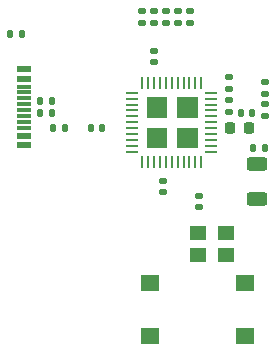
<source format=gbr>
G04 #@! TF.GenerationSoftware,KiCad,Pcbnew,(6.0.8-1)-1*
G04 #@! TF.CreationDate,2022-10-23T23:20:26-07:00*
G04 #@! TF.ProjectId,3DProUsb,33445072-6f55-4736-922e-6b696361645f,rev?*
G04 #@! TF.SameCoordinates,Original*
G04 #@! TF.FileFunction,Paste,Top*
G04 #@! TF.FilePolarity,Positive*
%FSLAX46Y46*%
G04 Gerber Fmt 4.6, Leading zero omitted, Abs format (unit mm)*
G04 Created by KiCad (PCBNEW (6.0.8-1)-1) date 2022-10-23 23:20:26*
%MOMM*%
%LPD*%
G01*
G04 APERTURE LIST*
G04 Aperture macros list*
%AMRoundRect*
0 Rectangle with rounded corners*
0 $1 Rounding radius*
0 $2 $3 $4 $5 $6 $7 $8 $9 X,Y pos of 4 corners*
0 Add a 4 corners polygon primitive as box body*
4,1,4,$2,$3,$4,$5,$6,$7,$8,$9,$2,$3,0*
0 Add four circle primitives for the rounded corners*
1,1,$1+$1,$2,$3*
1,1,$1+$1,$4,$5*
1,1,$1+$1,$6,$7*
1,1,$1+$1,$8,$9*
0 Add four rect primitives between the rounded corners*
20,1,$1+$1,$2,$3,$4,$5,0*
20,1,$1+$1,$4,$5,$6,$7,0*
20,1,$1+$1,$6,$7,$8,$9,0*
20,1,$1+$1,$8,$9,$2,$3,0*%
G04 Aperture macros list end*
%ADD10C,0.010000*%
%ADD11R,1.150000X0.600000*%
%ADD12R,1.150000X0.300000*%
%ADD13RoundRect,0.135000X0.185000X-0.135000X0.185000X0.135000X-0.185000X0.135000X-0.185000X-0.135000X0*%
%ADD14RoundRect,0.135000X0.135000X0.185000X-0.135000X0.185000X-0.135000X-0.185000X0.135000X-0.185000X0*%
%ADD15RoundRect,0.218750X0.218750X0.256250X-0.218750X0.256250X-0.218750X-0.256250X0.218750X-0.256250X0*%
%ADD16RoundRect,0.140000X-0.170000X0.140000X-0.170000X-0.140000X0.170000X-0.140000X0.170000X0.140000X0*%
%ADD17R,1.010000X0.260000*%
%ADD18R,0.260000X1.010000*%
%ADD19RoundRect,0.135000X-0.135000X-0.185000X0.135000X-0.185000X0.135000X0.185000X-0.135000X0.185000X0*%
%ADD20R,1.600000X1.400000*%
%ADD21RoundRect,0.140000X0.170000X-0.140000X0.170000X0.140000X-0.170000X0.140000X-0.170000X-0.140000X0*%
%ADD22RoundRect,0.135000X-0.185000X0.135000X-0.185000X-0.135000X0.185000X-0.135000X0.185000X0.135000X0*%
%ADD23RoundRect,0.140000X-0.140000X-0.170000X0.140000X-0.170000X0.140000X0.170000X-0.140000X0.170000X0*%
%ADD24R,1.400000X1.200000*%
%ADD25RoundRect,0.250000X-0.625000X0.312500X-0.625000X-0.312500X0.625000X-0.312500X0.625000X0.312500X0*%
%ADD26RoundRect,0.140000X0.140000X0.170000X-0.140000X0.170000X-0.140000X-0.170000X0.140000X-0.170000X0*%
G04 APERTURE END LIST*
G04 #@! TO.C,U1*
G36*
X87972000Y-86134000D02*
G01*
X86332000Y-86134000D01*
X86332000Y-84494000D01*
X87972000Y-84494000D01*
X87972000Y-86134000D01*
G37*
D10*
X87972000Y-86134000D02*
X86332000Y-86134000D01*
X86332000Y-84494000D01*
X87972000Y-84494000D01*
X87972000Y-86134000D01*
G36*
X87972000Y-88734000D02*
G01*
X86332000Y-88734000D01*
X86332000Y-87094000D01*
X87972000Y-87094000D01*
X87972000Y-88734000D01*
G37*
X87972000Y-88734000D02*
X86332000Y-88734000D01*
X86332000Y-87094000D01*
X87972000Y-87094000D01*
X87972000Y-88734000D01*
G36*
X85372000Y-86134000D02*
G01*
X83732000Y-86134000D01*
X83732000Y-84494000D01*
X85372000Y-84494000D01*
X85372000Y-86134000D01*
G37*
X85372000Y-86134000D02*
X83732000Y-86134000D01*
X83732000Y-84494000D01*
X85372000Y-84494000D01*
X85372000Y-86134000D01*
G36*
X85372000Y-88734000D02*
G01*
X83732000Y-88734000D01*
X83732000Y-87094000D01*
X85372000Y-87094000D01*
X85372000Y-88734000D01*
G37*
X85372000Y-88734000D02*
X83732000Y-88734000D01*
X83732000Y-87094000D01*
X85372000Y-87094000D01*
X85372000Y-88734000D01*
G04 #@! TD*
D11*
G04 #@! TO.C,J1*
X73335000Y-82144000D03*
X73335000Y-82944000D03*
D12*
X73335000Y-84094000D03*
X73335000Y-85094000D03*
X73335000Y-85594000D03*
X73335000Y-86594000D03*
D11*
X73335000Y-88544000D03*
X73335000Y-87744000D03*
D12*
X73335000Y-87094000D03*
X73335000Y-86094000D03*
X73335000Y-84594000D03*
X73335000Y-83594000D03*
G04 #@! TD*
D13*
G04 #@! TO.C,R5*
X93726000Y-84203000D03*
X93726000Y-83183000D03*
G04 #@! TD*
D14*
G04 #@! TO.C,R1*
X75694000Y-85852000D03*
X74674000Y-85852000D03*
G04 #@! TD*
D15*
G04 #@! TO.C,D1*
X92354500Y-87122000D03*
X90779500Y-87122000D03*
G04 #@! TD*
D16*
G04 #@! TO.C,C3*
X85344000Y-77216000D03*
X85344000Y-78176000D03*
G04 #@! TD*
D17*
G04 #@! TO.C,U1*
X82492000Y-84114000D03*
X82492000Y-84614000D03*
X82492000Y-85114000D03*
X82492000Y-85614000D03*
X82492000Y-86114000D03*
X82492000Y-86614000D03*
X82492000Y-87114000D03*
X82492000Y-87614000D03*
X82492000Y-88114000D03*
X82492000Y-88614000D03*
X82492000Y-89114000D03*
D18*
X83352000Y-89974000D03*
X83852000Y-89974000D03*
X84352000Y-89974000D03*
X84852000Y-89974000D03*
X85352000Y-89974000D03*
X85852000Y-89974000D03*
X86352000Y-89974000D03*
X86852000Y-89974000D03*
X87352000Y-89974000D03*
X87852000Y-89974000D03*
X88352000Y-89974000D03*
D17*
X89212000Y-89114000D03*
X89212000Y-88614000D03*
X89212000Y-88114000D03*
X89212000Y-87614000D03*
X89212000Y-87114000D03*
X89212000Y-86614000D03*
X89212000Y-86114000D03*
X89212000Y-85614000D03*
X89212000Y-85114000D03*
X89212000Y-84614000D03*
X89212000Y-84114000D03*
D18*
X88352000Y-83254000D03*
X87852000Y-83254000D03*
X87352000Y-83254000D03*
X86852000Y-83254000D03*
X86352000Y-83254000D03*
X85852000Y-83254000D03*
X85352000Y-83254000D03*
X84852000Y-83254000D03*
X84352000Y-83254000D03*
X83852000Y-83254000D03*
X83352000Y-83254000D03*
G04 #@! TD*
D19*
G04 #@! TO.C,R9*
X75815000Y-87122000D03*
X76835000Y-87122000D03*
G04 #@! TD*
D20*
G04 #@! TO.C,SW1*
X92011000Y-100239000D03*
X84011000Y-100239000D03*
X84011000Y-104739000D03*
X92011000Y-104739000D03*
G04 #@! TD*
D16*
G04 #@! TO.C,C1*
X83312000Y-77216000D03*
X83312000Y-78176000D03*
G04 #@! TD*
D21*
G04 #@! TO.C,C6*
X84328000Y-81506000D03*
X84328000Y-80546000D03*
G04 #@! TD*
D14*
G04 #@! TO.C,R2*
X75694000Y-84836000D03*
X74674000Y-84836000D03*
G04 #@! TD*
D22*
G04 #@! TO.C,R6*
X93726000Y-85088000D03*
X93726000Y-86108000D03*
G04 #@! TD*
D16*
G04 #@! TO.C,C7*
X85090000Y-91567000D03*
X85090000Y-92527000D03*
G04 #@! TD*
D23*
G04 #@! TO.C,C10*
X91722000Y-85852000D03*
X92682000Y-85852000D03*
G04 #@! TD*
D14*
G04 #@! TO.C,R4*
X93728000Y-88773000D03*
X92708000Y-88773000D03*
G04 #@! TD*
D16*
G04 #@! TO.C,C8*
X88138000Y-92837000D03*
X88138000Y-93797000D03*
G04 #@! TD*
G04 #@! TO.C,C5*
X87376000Y-77216000D03*
X87376000Y-78176000D03*
G04 #@! TD*
G04 #@! TO.C,C2*
X84328000Y-77216000D03*
X84328000Y-78176000D03*
G04 #@! TD*
D24*
G04 #@! TO.C,X1*
X90481000Y-95951000D03*
X88081000Y-95951000D03*
X88081000Y-97851000D03*
X90481000Y-97851000D03*
G04 #@! TD*
D16*
G04 #@! TO.C,C4*
X86360000Y-77216000D03*
X86360000Y-78176000D03*
G04 #@! TD*
D25*
G04 #@! TO.C,R7*
X93091000Y-90170000D03*
X93091000Y-93095000D03*
G04 #@! TD*
D26*
G04 #@! TO.C,C11*
X79982000Y-87122000D03*
X79022000Y-87122000D03*
G04 #@! TD*
D19*
G04 #@! TO.C,R8*
X72134000Y-79121000D03*
X73154000Y-79121000D03*
G04 #@! TD*
D13*
G04 #@! TO.C,R3*
X90678000Y-83822000D03*
X90678000Y-82802000D03*
G04 #@! TD*
D21*
G04 #@! TO.C,C9*
X90678000Y-85725000D03*
X90678000Y-84765000D03*
G04 #@! TD*
M02*

</source>
